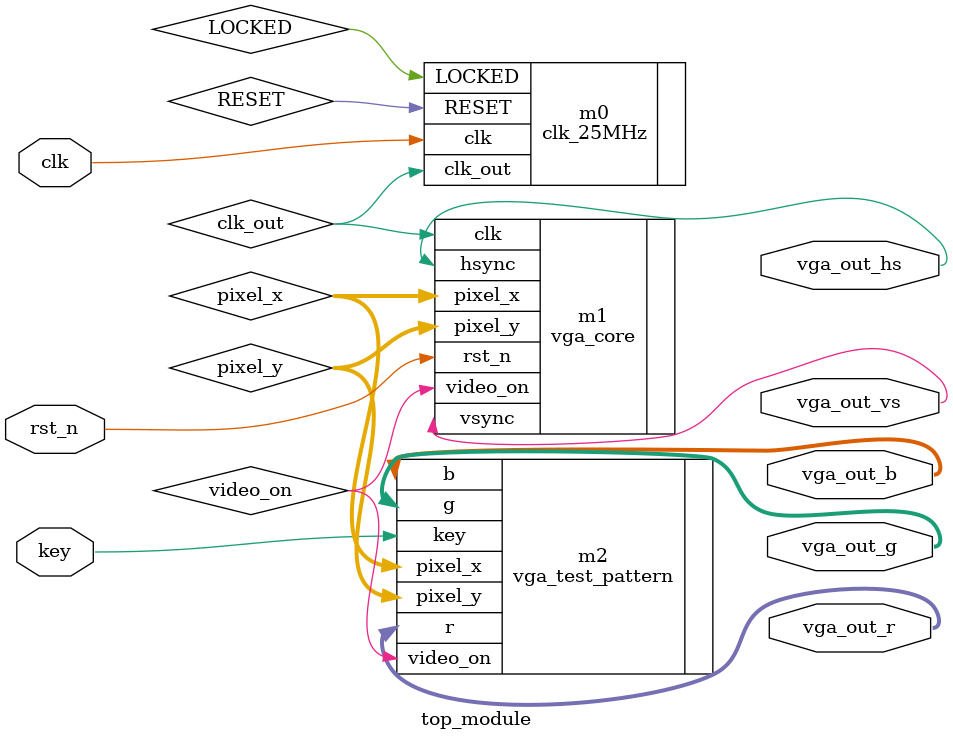
<source format=v>
`timescale 1ns / 1ps

module top_module(
	input clk,rst_n,
	input key,
	output vga_out_vs,vga_out_hs,
	output[4:0] vga_out_r,
	output[5:0] vga_out_g,
	output[4:0] vga_out_b	
    );
	 
	wire video_on;
	wire[11:0] pixel_x,pixel_y;
	
	//module instantiations
	clk_25MHz m0
   (// Clock in ports
		 .clk(clk),      // IN
		 // Clock out ports
		 .clk_out(clk_out),     // OUT
		 // Status and control signals
		 .RESET(RESET),// IN
		 .LOCKED(LOCKED)
	 );  
	 
	vga_core m1
	(
		.clk(clk_out),
		.rst_n(rst_n), //clock must be 25MHz for 640x480 
		.hsync(vga_out_hs),
		.vsync(vga_out_vs),
		.video_on(video_on),
		.pixel_x(pixel_x),
		.pixel_y(pixel_y)
    );
	 
	 vga_test_pattern m2 //generates horizontal or vertical strip pattern
	 (								//depending if key is pressed or not
		.key(key),
		.video_on(video_on),
		.pixel_x(pixel_x),
		.pixel_y(pixel_y),
		.r(vga_out_r),
		.g(vga_out_g),
		.b(vga_out_b)
    ); 


endmodule

</source>
